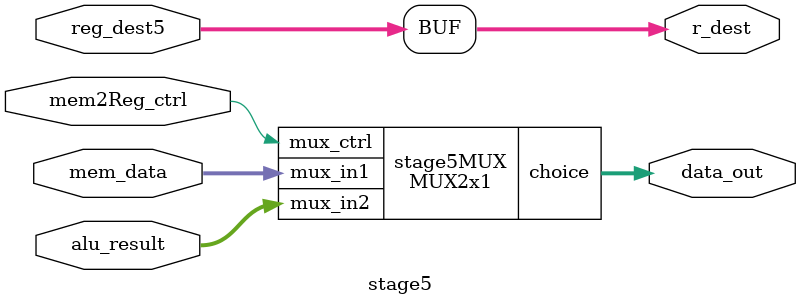
<source format=v>
module mips_16b(clk, clk_en, reset, next_pc_if, instr_if, reg_write_id, mem2reg_id, branch_id, mem_w_id, mem_r_id, 
					reg_dst_id, alu_src_id, alu_op_id, next_pc_id, r_data1_id, r_data2_id, pc_offset_id, dest1_id, dest2_id, 
					source1_id, reg_write_ex, mem2reg_ex, branch_ex, mem_w_ex, mem_r_ex, offset_pc_ex, cond_code_ex, 
					alu_out_ex, reg_data2_ex, dest_reg_ex, reg_write_mem, mem2reg_mem, read_data_mem, alu_out_mem, 
					dest_reg_mem, pc, cycle_count, instr_count, branch_stall_count);
		
		input					clk, clk_en, reset;		
		
//******************//		
//Pipeline registers//
//******************//
	// IF/ID register
	output reg	[31:0]	next_pc_if, instr_if;		
																	//still need entire pipeline of regs for jump operation
	//	ID/EX register
	output reg				reg_write_id, mem2reg_id;			// control registers				
	output reg	[4:0]		branch_id;
	output reg				mem_w_id, mem_r_id;	//
	output reg				reg_dst_id, alu_src_id;
	output reg	[3:0]		alu_op_id;
	output reg	[31:0]	next_pc_id;								//datapath registers
	output reg	[31:0]	r_data1_id, r_data2_id;				//
	output reg	[31:0]	pc_offset_id;
	output reg	[4:0]		dest1_id, dest2_id;
	output reg	[4:0]		source1_id;
	
	// EX/MEM register
	output reg				reg_write_ex, mem2reg_ex;			// control registers	
	output reg	[4:0]		branch_ex;
	output reg				mem_w_ex, mem_r_ex;
	output reg	[31:0]	offset_pc_ex;							//datapath registers
	output reg	[5:0]		cond_code_ex;
	output reg	[31:0]	alu_out_ex;
	output reg	[31:0]	reg_data2_ex;
	output reg	[4:0]		dest_reg_ex;
	
	// MEM/WB register
	output reg				reg_write_mem, mem2reg_mem;		// control registers	
	output reg	[31:0]	read_data_mem, alu_out_mem;		//datapath registers
	output reg	[4:0]		dest_reg_mem;
	//end of pipline registers
	
	output reg		[31:0]	pc;			//want pc <= pc_val (posedge clk)
	
	output reg		[31:0]	cycle_count;						//performance counters
	output reg		[31:0]	instr_count;						//
	//output reg		[31:0]   load_stall_count;					//
	output reg		[31:0]	branch_stall_count;				//
	
	//uppper level wires
	wire		[31:0]	pc_val;		//wire that feeds PC
	wire		[31:0]	next_pc;		//post incremented PC
	wire		[31:0]	full_instr;
	wire		[31:0]	jump_addr;
	wire					jmp;
	wire		[31:0]	pc_addr_mux_out;
	wire		[1:0]		forwarding_mux1_ctrl, forwarding_mux2_ctrl;
	wire					clockOFF;		//clock cutoff signal
//	wire					clock;
//	reg					clock_enable;
	//
	//stage 2 wires
	//
	wire		[4:0]		source1_wire, source_wire, dest_wire;	
	wire		[31:0]	immed16_wire;
	wire		[31:0]	RFread_data1_wire, RFread_data2_wire;
	wire		[31:0]	next_pc_id_wire;
	wire					reg_rw_wire, alu_src_wire, reg_dest_wire;
	wire		[3:0]		alu_op_wire;
	wire		[4:0]		branch_wire;
	wire					mem_w_wire, mem_r_wire, mem2reg_wire;
	wire					pc_src_wire;
	wire		[31:0]	addr_offset_wire;
	//
	//stage 3 wires
	//
	wire		[31:0]	offset_ex_wire;
	wire		[5:0]		cond_code_wire;
	wire		[31:0]	alu_out_ex_wire;
	wire		[31:0]	reg_data2_wire;
	wire		[4:0]		dest_reg_wire;
	//
	//stage 4 wires
	//
	wire					reg_write_ex_wire, mem2reg_ex_wire;
	wire		[4:0]		branch_ex_wire;
	wire					mem_w_ex_wire, mem_r_ex_wire;
	wire		[4:0]		reg_dest_mem_wire;
	wire		[31:0]	rw_addr_mem_wire;
	wire		[31:0]	mem_data_wire;
	wire					reg_write_mem_wire, mem2reg_mem_wire;
	//
	//stage 5 wires
	//
	wire		[31:0]	rf_w_data;
	wire		[4:0]		rf_w_addr;
															//no more wires
		
//PC address mux			
			assign pc_addr_mux_out = (pc_src_wire)? addr_offset_wire: next_pc;			
//jump mux
			assign pc_val = jmp? jump_addr: pc_addr_mux_out;
			
stage1 IF(full_instr, next_pc, pc);

stage2 ID(RFread_data1_wire, RFread_data2_wire, immed16_wire, source1_wire, source_wire, dest_wire, reg_rw_wire,
			alu_src_wire, alu_op_wire, reg_dest_wire, branch_wire, jmp, mem_w_wire, mem_r_wire,
			mem2reg_wire, next_pc_id_wire, pc_src_wire, addr_offset_wire, jump_addr, clockOFF, rf_w_data, rf_w_addr ,
			instr_if, next_pc_if, reg_write_mem);

stage3 EX(offset_ex_wire, cond_code_wire, alu_out_ex_wire, reg_data2_wire, dest_reg_wire, next_pc_id, 
				pc_offset_id, r_data1_id, r_data2_id, alu_op_id, dest1_id, dest2_id, alu_src_id, reg_dst_id,	
				rf_w_data, alu_out_ex, forwarding_mux1_ctrl ,forwarding_mux2_ctrl );
				
stage4 MEM(mem_data_wire, rw_addr_mem_wire, reg_dest_mem_wire, cond_code_ex, alu_out_ex, reg_data2_ex, 
			dest_reg_ex, branch_ex, mem_w_ex, mem_r_ex);

Forwarding_Unit forward(forwarding_mux1_ctrl, forwarding_mux2_ctrl, dest1_id, source1_id, dest_reg_mem, 
								dest_reg_ex, mem2reg_mem, branch_ex);

stage5 WB(rf_w_data, rf_w_addr, read_data_mem, alu_out_mem, mem2reg_mem, dest_reg_mem);

assign		reg_write_ex_wire = reg_write_id;
assign		mem2reg_ex_wire = mem2reg_id;
assign		branch_ex_wire = branch_id;
assign		mem_w_ex_wire = mem_w_id;
assign		mem_r_ex_wire = mem_r_id;
assign		reg_write_mem_wire = reg_write_ex;
assign		mem2reg_mem_wire = mem2reg_ex;

//and(clock, clk, clock_enable);

/*
	always@(posedge clk)begin
		if(reset)begin
		//IF stage
			pc <= 0;	next_pc_if<=0; instr_if<=0;
		//ID Stage
						//reset control registers
			reg_write_id <= 0; alu_src_id <= 0; alu_op_id <= 0; reg_dst_id <= 0;			
			branch_id <= 0; mem_w_id <= 0; mem_r_id <= 0; mem2reg_id <= 0; next_pc_id <= 0;	
						//reset datapath registers
			r_data1_id <= 0; r_data2_id <= 0; pc_offset_id <= 0; dest1_id <= 0;		
			dest2_id <= 0; source1_id <= 0;
		//EX Stage
						//reset control registers
			reg_write_ex <= 0; mem2reg_ex <= 0;	branch_ex <= 0; mem_w_ex <= 0; mem_r_ex <= 0;				
						//reset datapath registers
			offset_pc_ex <= 0; cond_code_ex <= 0; alu_out_ex <= 0; reg_data2_ex <= 0; dest_reg_ex <= 0;
		//MEM Stage
						// update control registers
			reg_write_mem <= 0; mem2reg_mem <= 0;	
						//update datapath registers
			read_data_mem <= 0; alu_out_mem <= 0; dest_reg_mem <= 0;
		end
	end
	*/
	/*always@(clk_en or clockOFF)begin
		if(clk_en)begin
				clock_enable = ~clock_enable;
		end
				
		if(clockOFF)begin
				clock_enable = ~clock_enable;
		end
	end
	*/
	always@(posedge clk)begin	
		
		cycle_count <= cycle_count + 1;
			
		if(pc_src_wire | jmp)begin
			branch_stall_count <= branch_stall_count+1;
			
		end else instr_count <= instr_count + 1;
		
	end
	
	//*************//
	// IF/ID stage //	
	//*************//
	always@(posedge clk)begin
			
				pc <= pc_val;				//pre stage											
				next_pc_if <= next_pc;			//update datapath registers
				instr_if	  <= full_instr;
	end
	
	//*************//
	// ID/EX stage //
	//*************//
	always@(posedge clk) begin
			
			reg_write_id <= reg_rw_wire;			//update control registers
			alu_src_id <= alu_src_wire;
			alu_op_id <= alu_op_wire;
			reg_dst_id <= reg_dest_wire;
			branch_id <= branch_wire;
			mem_w_id <= mem_w_wire;
			mem_r_id <= mem_r_wire;
			mem2reg_id <= mem2reg_wire;
			next_pc_id <= next_pc_id_wire;			//just a wire conntecting between registers
			r_data1_id <= RFread_data1_wire;			//update datapath registers
			r_data2_id <= RFread_data2_wire;
			pc_offset_id <= immed16_wire;
			dest1_id <= source_wire;
			dest2_id <= dest_wire;
			source1_id <= source1_wire;
	end

	//**************//
	// EX/MEM stage //
	//**************//
	always@(posedge clk) begin
	
		reg_write_ex <= reg_write_ex_wire;					// update control registers
		mem2reg_ex <= mem2reg_ex_wire;						//just wires conntecting between registers
		branch_ex <= branch_ex_wire;
		mem_w_ex <= mem_w_ex_wire;
		mem_r_ex <= mem_r_ex_wire;
		offset_pc_ex <= offset_ex_wire;							//update datapath registers
		cond_code_ex <= cond_code_wire;
		alu_out_ex <= alu_out_ex_wire;
		reg_data2_ex <= reg_data2_wire;
		dest_reg_ex <= dest_reg_wire;

	end

	//**************//
	// MEM/WB stage //
	//**************//
	always@(posedge clk) begin
	
		reg_write_mem <= reg_write_mem_wire;
		mem2reg_mem <= mem2reg_mem_wire;				// update control registers	
		read_data_mem <= mem_data_wire;
		alu_out_mem <= rw_addr_mem_wire;				//update datapath registers
		dest_reg_mem <= reg_dest_mem_wire;
	
	end

endmodule
//*************************************//
//Instruction Fetch Stage	(IF)			//
//*************************************//
module stage1(instr_out, post_inc_pc, prog_count);

	output 		[31:0]	instr_out, post_inc_pc;
	input			[31:0]	prog_count;
	
	parameter INC_VAL = 32'h00000004, CARRY_IN = 1'b0;
	
	wire						adder_cout;
	
instr_mem i_mem(instr_out, prog_count);
							
Adder_32b pc_inc(post_inc_pc, adder_cout, prog_count, INC_VAL, CARRY_IN);
							
endmodule
//**************************//
//Instruction Memory	Module //
//**************************//
module instr_mem(inst, read_addr);
	
	output 		[31:0]		inst;
	input			[31:0] 		read_addr;
	
	reg [7:0] my_memory [0:255];
		
	assign inst = {my_memory[read_addr],my_memory[read_addr+1],my_memory[read_addr+2],my_memory[read_addr+3]};
	
endmodule
//**************************//
//32 bit Adder	Module 		 //
//**************************//
module Adder_32b(Sum, Cout, x, y, Cin);

	output [31:0] Sum;
	output Cout;
	input [31:0] x, y;
	input Cin;

	wire [7:0] cout_add;

FA_4bit FA1(Sum[3:0], cout_add[0], x[3:0], y[3:0], Cin),
		  FA2(Sum[7:4], cout_add[1], x[7:4], y[7:4], cout_add[0]),
		  FA3(Sum[11:8], cout_add[2], x[11:8], y[11:8], cout_add[1]),
		  FA4(Sum[15:12], cout_add[3], x[15:12], y[15:12], cout_add[2]),
		  FA5(Sum[19:16], cout_add[4], x[19:16], y[19:16], cout_add[3]),
		  FA6(Sum[23:20], cout_add[5], x[23:20], y[23:20], cout_add[4]),
		  FA7(Sum[27:24], cout_add[6], x[27:24], y[27:24], cout_add[5]),
		  FA8(Sum[31:28], cout_add[7], x[31:28], y[31:28], cout_add[6]);
	
	assign Cout = cout_add[7];

endmodule
//**************************//
//4 bit Full Adder Module   //
//**************************//
module FA_4bit(sum, c_out, a, b, c_in);
	
	input [3:0] a, b;						// inputs
	input c_in;
	output [3:0] sum;						//outputs
	output c_out;
	
	wire [3:1] c;							//carry wire

	Add_Full Bit0(sum[0], c[1], a[0], b[0], c_in),			//1-bit Full adder 1
				Bit1(sum[1], c[2], a[1], b[1], c[1]),			//1-bit Full adder 2
				Bit2(sum[2], c[3], a[2], b[2], c[2]),			//1-bit Full adder 3
				Bit3(sum[3], c_out, a[3], b[3], c[3]);			//1-bit Full adder 4

endmodule
//**************************//
//1 bit Full Adder Module   //
//**************************//
module Add_Full(sum, c_out, a, b, c_in);
	
	input a, b, c_in;
	output sum, c_out;
	wire hSum, hCarry, tCarry;
	
	Add_Half HA1(hSum, hCarry, a, b),						//1st half adder
				HA2(sum, tCarry, hSum, c_in);					//2nd half adder
	
	assign c_out = tCarry | hCarry;							//or gate for carry
	
endmodule
//**************************//
//Half Adder Module 			 //
//**************************//
module Add_Half(sum, c_out, a, b);
	
	input a, b;
	output sum, c_out;
	
	xor(sum,a,b);						//only need gate level operations
	and(c_out,a,b);
	
endmodule
//*************************************//
//Instruction Decode Stage	(ID Stage)	//
//*************************************//
module stage2(rf_read_data1, rf_read_data2, sext_out, src1_out, src2_out, dest_out, rw_control, 
					alu_src, alu_op, reg_dst, bra, jmp_wire, mem_w, mem_r, mem2reg, pc_next, 
					pc_source, offset_addr_32b, j_addr, clock_off, rf_write_data, rf_write_addr,
					inst_code, next_pc, reg_rw_control);

	output	[31:0]		rf_read_data1, rf_read_data2, sext_out;
	output	[4:0]			src1_out, src2_out, dest_out;
	output					rw_control;										//1 = write, 0 = read
	output					alu_src;											//1 = immed, 0 = r_data2
	output	[3:0]			alu_op;											//alu_control
	output					reg_dst;									//1 = reg_dest, 0 = reg_src2; aka immed. dest.
	output	[4:0]			bra;
	output					jmp_wire;
	output					mem_w, mem_r;
	output					mem2reg;											//1 = alu_out to reg, 0 = mem2reg
	output	[31:0]		pc_next;
	
	output	reg			pc_source;
	output	[31:0]		offset_addr_32b;
	output	[31:0]		j_addr;
	output					clock_off;
	
	input		[31:0]		rf_write_data;
	input		[4:0]			rf_write_addr;
	input		[31:0]		inst_code, next_pc;
	input						reg_rw_control;


	wire		[5:0] 	op_code, funct;
	wire		[4:0] 	reg_src1, reg_src2, reg_dest, shft_amt;
	
	wire		[4:0] 	cmp_wire;
	wire		[31:0] 	bra_mux_wire;
	wire		[31:0] 	off_shft_out;
	wire					addr_error_wire;
	wire		[31:0]	offset_addr;
	wire		[27:0]	immed28;
	wire		[25:0]	immed26;
	wire					b_eq, b_ne, b_gt, b_gt_eq_z, b_lt;
	
	assign	pc_next = next_pc;
	assign	op_code = inst_code[31:26];
	assign	reg_src1 = inst_code[25:21];
	assign	reg_src2 = inst_code[20:16];		//
	assign	reg_dest = inst_code[15:11];		//
	assign	shft_amt = inst_code[10:6];
	assign	funct = inst_code[5:0];
	assign	bra = 	{b_eq, b_ne, b_gt, b_gt_eq_z, b_lt};
	assign	src1_out = reg_src1;
	assign	src2_out = reg_src2;
	assign	dest_out = reg_dest;
	assign	immed26 = inst_code[25:0];
	
	assign	j_addr = {pc_next[31:28],immed28};
	
	reg_file	 rf(rf_read_data1, rf_read_data2, reg_src1, reg_src2, rf_write_addr, rf_write_data, reg_rw_control);
			
	SEXT	extend(sext_out, inst_code[15:0]);
				
	MIPS_Control mips_c(rw_control, alu_src, alu_op, reg_dst, b_eq, b_ne, b_gt, b_gt_eq_z, b_lt, jmp_wire,
								mem_w, mem_r, mem2reg, clock_off, op_code, funct);
	
	MUX2x1 id_bra_mux(bra_mux_wire, sext_out, rf_read_data2, alu_src);
			
	REG_compare id_reg_cmp(cmp_wire, rf_read_data1, bra_mux_wire);
	LSHF shft_offset(off_shft_out, sext_out);
	
	LSHF_26 j_imm_pc(immed28, immed26);
	
	Adder_32b	offset_add(offset_addr, addr_error_wire, next_pc, off_shft_out, 1'b0);
				
	SEXT fill_bits(offset_addr_32b, offset_addr[15:0]);
																	
	always @(cmp_wire or b_eq or b_ne or b_gt or b_gt_eq_z or b_lt)begin		//{equal, !equal, less than, greater than, zero}
		pc_source = (cmp_wire[4] & b_eq) | 
						(cmp_wire[3] & b_ne) | 
						(cmp_wire[2] & b_gt) | 
						(cmp_wire[1] & b_gt_eq_z) | 
						(cmp_wire[0] & b_lt);
	end
	
endmodule
//**************************//
//Register File Module 		 //
//**************************//
module reg_file(r_data1, r_data2, r_addr1, r_addr2, w_addr, w_data, reg_write_ctrl);
		
		output 			[31:0] 	r_data1, r_data2;
		input				[4:0]		r_addr1, r_addr2, w_addr;
		input				[31:0]	w_data;
		input							reg_write_ctrl;
		
		reg	[31:0] my_reg_file [0:31];
		
		assign r_data1 = my_reg_file[r_addr1];
		assign r_data2 = my_reg_file[r_addr2];
				
		always@(reg_write_ctrl or w_addr or w_data)begin
		
			if(reg_write_ctrl) my_reg_file[w_addr] = w_data; 
		
		end
/*
		R0 = 0;		//always
		R1 			//reserved for assembler
		R2,3			//returned values
		R4-7			//arguments
		R8-15			//temporaries
		R16-23		//saved values
		R24,25		//temporaries
		R28			//global pointer
		R29			//stack pointer
		R30			//frame pointer
		R31			//return address
*/
endmodule
//**************************//
//Sign Extend	Module 		 //
//**************************//
module SEXT(out_long, in_short);
	
	output 		[31:0] 		out_long;
	input			[15:0]		in_short;
	
	parameter	ONES = 16'hFFFF, ZEROS = 16'h0000;
	
	assign	out_long = in_short[15] ? {ONES,in_short} : {ZEROS,in_short};

endmodule
//**************************//
//Control Unit Module		 //
//**************************//
module MIPS_Control(rw_ctrl, alu_source, alu_opcode, register_dst, br_eq, br_ne, br_gt, br_gt_eq_z, br_lt, j,
				mem_write, mem_read, mem_2_reg, clk_off, instr_code, alu_funct);			
				
	output reg				rw_ctrl, alu_source;
	output reg	[3:0]		alu_opcode;				// 0001=add, 1001=sub, 0011=and, 0100=or, 0101=SLL, 1101=SRL
	output reg				register_dst;
	output reg				br_eq, br_ne, br_gt, br_gt_eq_z, br_lt, j;
	output reg				mem_write, mem_read;
	output reg				mem_2_reg;
	output reg				clk_off;
	
	input		[5:0]		instr_code;
	input		[5:0]		alu_funct;
	
	parameter			ALU_BASE = 6'b000000, ADDI = 6'b001000, ADDIU = 6'b001001, ANDI = 6'b001100,
							ORI = 6'b001101, LOADW = 6'b100011, STW = 6'b101011, LUI = 6'b001111, BEQ = 6'b000100,
							BNE = 6'b000101, BGTZ = 6'b000111, BGEZ = 6'b000001, BLTZ = 6'b000011, SLTI = 6'b001010, 
							SLTIU = 6'b001011, JUMP = 6'b000010, JAL = 6'b000011;
	
	parameter			ADD = 6'b100000, SUB = 6'b100010, ADDU = 6'b100001, SUBU = 6'b100011, AND = 6'b100100,
							OR = 6'b100101, SLL = 6'b000000, SRL = 6'b000010, SLT = 6'b101010, SLTU = 6'b101011,
							SYSCALL = 6'b001100;
							
	always@(instr_code or alu_funct) begin
		
		case(instr_code)
			
			ALU_BASE:begin
					case(alu_funct)
						ADD: begin 
										rw_ctrl = 1'b1; alu_source = 1'b0; alu_opcode = 4'b0001; register_dst = 1'b1; 
										br_eq = 1'b0; br_ne = 1'b0; br_gt = 1'b0; br_gt_eq_z = 1'b0; br_lt = 1'b0; j = 1'b0;
										mem_write = 1'b0; mem_read = 1'b0; mem_2_reg = 1'b1; clk_off = 1'b0;
							  end
						SUB: begin  
										rw_ctrl = 1'b1; alu_source = 1'b0; alu_opcode = 4'b1001; register_dst = 1'b1; 
										br_eq = 1'b0; br_ne = 1'b0; br_gt = 1'b0; br_gt_eq_z = 1'b0; br_lt = 1'b0; j = 1'b0;
										mem_write = 1'b0; mem_read = 1'b0; mem_2_reg = 1'b1; clk_off = 1'b0;
							  end
						ADDU: begin 
										rw_ctrl = 1'b1; alu_source = 1'b0; alu_opcode = 4'b0001; register_dst = 1'b1; 
										br_eq = 1'b0; br_ne = 1'b0; br_gt = 1'b0; br_gt_eq_z = 1'b0; br_lt = 1'b0; j = 1'b0;
										mem_write = 1'b0; mem_read = 1'b0; mem_2_reg = 1'b1; clk_off = 1'b0;
								end
						SUBU: begin  
										rw_ctrl = 1'b1; alu_source = 1'b0; alu_opcode = 4'b1001; register_dst = 1'b1; 
										br_eq = 1'b0; br_ne = 1'b0; br_gt = 1'b0; br_gt_eq_z = 1'b0; br_lt = 1'b0; j = 1'b0;
										mem_write = 1'b0; mem_read = 1'b0; mem_2_reg = 1'b1; clk_off = 1'b0;
								end
						AND: begin  
										rw_ctrl = 1'b1; alu_source = 1'b0; alu_opcode = 4'b0011; register_dst = 1'b1; 
										br_eq = 1'b0; br_ne = 1'b0; br_gt = 1'b0; br_gt_eq_z = 1'b0; br_lt = 1'b0; j = 1'b0;
										mem_write = 1'b0; mem_read = 1'b0; mem_2_reg = 1'b1; clk_off = 1'b0;
							  end
						OR: begin  
										rw_ctrl = 1'b1; alu_source = 1'b0; alu_opcode = 4'b0100; register_dst = 1'b1; 
										br_eq = 1'b0; br_ne = 1'b0; br_gt = 1'b0; br_gt_eq_z = 1'b0; br_lt = 1'b0; j = 1'b0;
										mem_write = 1'b0; mem_read = 1'b0; mem_2_reg = 1'b1; clk_off = 1'b0;
							 end
						SLL: begin 
										rw_ctrl = 1'b1; alu_source = 1'b1; alu_opcode = 4'b0101; register_dst = 1'b1; 
										br_eq = 1'b0; br_ne = 1'b0; br_gt = 1'b0; br_gt_eq_z = 1'b0; br_lt = 1'b0; j = 1'b0;
										mem_write = 1'b0; mem_read = 1'b0; mem_2_reg = 1'b1; clk_off = 1'b0;
							  end
						SRL: begin 
										rw_ctrl = 1'b1; alu_source = 1'b1; alu_opcode = 4'b1101; register_dst = 1'b1; 
										br_eq = 1'b0; br_ne = 1'b0; br_gt = 1'b0; br_gt_eq_z = 1'b0; br_lt = 1'b0; j = 1'b0;
										mem_write = 1'b0; mem_read = 1'b0; mem_2_reg = 1'b1; clk_off = 1'b0;
							  end
						SLT: begin  
										rw_ctrl = 1'b1; alu_source = 1'b0; alu_opcode = 4'b0010; register_dst = 1'b1; 
										br_eq = 1'b0; br_ne = 1'b0; br_gt = 1'b0; br_gt_eq_z = 1'b0; br_lt = 1'b0; j = 1'b0;
										mem_write = 1'b0; mem_read = 1'b0; mem_2_reg = 1'b1; clk_off = 1'b0;
							  end
						SLTU: begin  
										rw_ctrl = 1'b1; alu_source = 1'b0; alu_opcode = 4'b1010; register_dst = 1'b1; 
										br_eq = 1'b0; br_ne = 1'b0; br_gt = 1'b0; br_gt_eq_z = 1'b0; br_lt = 1'b0; j = 1'b0;
										mem_write = 1'b0; mem_read = 1'b0; mem_2_reg = 1'b1; clk_off = 1'b0;
								end
						SYSCALL: begin
										rw_ctrl = 1'b0; alu_source = 1'b0; alu_opcode = 4'b0000; register_dst = 1'b1; 
										br_eq = 1'b0; br_ne = 1'b0; br_gt = 1'b0; br_gt_eq_z = 1'b0; br_lt = 1'b0; j = 1'b0;
										mem_write = 1'b0; mem_read = 1'b0; mem_2_reg = 1'b1; clk_off = 1'b1;
								end
						default: begin  
										rw_ctrl = 1'bx; alu_source = 1'bx; alu_opcode = 4'bxxxx; register_dst = 1'bx; 
										br_eq = 1'bx; br_ne = 1'bx; br_gt = 1'bx; br_gt_eq_z = 1'bx; br_lt = 1'bx; j = 1'b0;
										mem_write = 1'bx; mem_read = 1'bx; mem_2_reg = 1'bx; clk_off = 1'b0;
								   end
					endcase
			end
			ADDI: begin 
								rw_ctrl = 1'b1; alu_source = 1'b1; alu_opcode = 4'b0001; register_dst = 1'b0; 
								br_eq = 1'b0; br_ne = 1'b0; br_gt = 1'b0; br_gt_eq_z = 1'b0; br_lt = 1'b0; j = 1'b0;
								mem_write = 1'b0; mem_read = 1'b0; mem_2_reg = 1'b1; clk_off = 1'b0;
				   end
			ADDIU: begin  
								rw_ctrl = 1'b1; alu_source = 1'b1; alu_opcode = 4'b0001; register_dst = 1'b0; 
								br_eq = 1'b0; br_ne = 1'b0; br_gt = 1'b0; br_gt_eq_z = 1'b0; br_lt = 1'b0; j = 1'b0;
								mem_write = 1'b0; mem_read = 1'b0; mem_2_reg = 1'b1; clk_off = 1'b0;
					 end
			ANDI: begin  
								rw_ctrl = 1'b1; alu_source = 1'b1; alu_opcode = 4'b0011; register_dst = 1'b0; 
								br_eq = 1'b0; br_ne = 1'b0; br_gt = 1'b0; br_gt_eq_z = 1'b0; br_lt = 1'b0; j = 1'b0;
								mem_write = 1'b0; mem_read = 1'b0; mem_2_reg = 1'b1; clk_off = 1'b0;
					end
			ORI: begin  
								rw_ctrl = 1'b1; alu_source = 1'b1; alu_opcode = 4'b0100; register_dst = 1'b0; 
								br_eq = 1'b0; br_ne = 1'b0; br_gt = 1'b0; br_gt_eq_z = 1'b0; br_lt = 1'b0; j = 1'b0;
								mem_write = 1'b0; mem_read = 1'b0; mem_2_reg = 1'b1; clk_off = 1'b0;
				  end
			LOADW: begin 
								rw_ctrl = 1'b1; alu_source = 1'b1; alu_opcode = 4'b0001; register_dst = 1'b0; 
								br_eq = 1'b0; br_ne = 1'b0; br_gt = 1'b0; br_gt_eq_z = 1'b0; br_lt = 1'b0; j = 1'b0;
								mem_write = 1'b0; mem_read = 1'b1; mem_2_reg = 1'b0; clk_off = 1'b0;
					 end
			STW: begin  
								rw_ctrl = 1'b0; alu_source = 1'b1; alu_opcode = 4'b0001; register_dst = 1'b0; 
								br_eq = 1'b0; br_ne = 1'b0; br_gt = 1'b0; br_gt_eq_z = 1'b0; br_lt = 1'b0; j = 1'b0;
								mem_write = 1'b1; mem_read = 1'b0; mem_2_reg = 1'b0; clk_off = 1'b0;
				  end
			LUI: begin  
								rw_ctrl = 1'b1; alu_source = 1'b1; alu_opcode = 4'b0111; register_dst = 1'b0; 
								br_eq = 1'b0; br_ne = 1'b0; br_gt = 1'b0; br_gt_eq_z = 1'b0; br_lt = 1'b0; j = 1'b0;
								mem_write = 1'b0; mem_read = 1'b1; mem_2_reg = 1'b1;clk_off = 1'b0;
				  end
			BEQ: begin  
								rw_ctrl = 1'b0; alu_source = 1'b1; alu_opcode = 4'b0000; register_dst = 1'b1; 
								br_eq = 1'b1; br_ne = 1'b0; br_gt = 1'b0; br_gt_eq_z = 1'b0; br_lt = 1'b0; j = 1'b0;
								mem_write = 1'b0; mem_read = 1'b0; mem_2_reg = 1'b1; clk_off = 1'b0;
				  end
			BNE: begin  
								rw_ctrl = 1'b0; alu_source = 1'b1; alu_opcode = 4'bxxxx; register_dst = 1'b1; 
								br_eq = 1'b0; br_ne = 1'b1; br_gt = 1'b0; br_gt_eq_z = 1'b0; br_lt = 1'b0; j = 1'b0;
								mem_write = 1'b0; mem_read = 1'b0; mem_2_reg = 1'b1; clk_off = 1'b0;
				  end
			BGTZ: begin
								rw_ctrl = 1'b0; alu_source = 1'b1; alu_opcode = 4'bxxxx; register_dst = 1'b1; 
								br_eq = 1'b0; br_ne = 1'b0; br_gt = 1'b1; br_gt_eq_z = 1'b0; br_lt = 1'b0; j = 1'b0;
								mem_write = 1'b0; mem_read = 1'b0; mem_2_reg = 1'b1;	clk_off = 1'b0;		
				  end
			BGEZ: begin
								rw_ctrl = 1'b0; alu_source = 1'b1; alu_opcode = 4'bxxxx; register_dst = 1'b1; 
								br_eq = 1'b0; br_ne = 1'b0; br_gt = 1'b0; br_gt_eq_z = 1'b1; br_lt = 1'b0; j = 1'b0;
								mem_write = 1'b0; mem_read = 1'b0; mem_2_reg = 1'b1;	clk_off = 1'b0;		
				  end
			BLTZ: begin
								rw_ctrl = 1'b0; alu_source = 1'b1; alu_opcode = 4'bxxxx; register_dst = 1'b1; 
								br_eq = 1'b0; br_ne = 1'b0; br_gt = 1'b0; br_gt_eq_z = 1'b0; br_lt = 1'b1; j = 1'b0;
								mem_write = 1'b0; mem_read = 1'b0; mem_2_reg = 1'b1;	clk_off = 1'b0;		
				  end
			SLTI: begin  
								rw_ctrl = 1'b1; alu_source = 1'b1; alu_opcode = 4'b0010; register_dst = 1'b0; 
								br_eq = 1'b0; br_ne = 1'b0; br_gt = 1'b0; br_gt_eq_z = 1'b0; br_lt = 1'b0; j = 1'b0;
								mem_write = 1'b0; mem_read = 1'b0; mem_2_reg = 1'b1; clk_off = 1'b0;
				   end
			SLTIU: begin 
								rw_ctrl = 1'b1; alu_source = 1'b1; alu_opcode = 4'b1010; register_dst = 1'b0; 
								br_eq = 1'b0; br_ne = 1'b0; br_gt = 1'b0; br_gt_eq_z = 1'b0; br_lt = 1'b0; j = 1'b0;
								mem_write = 1'b0; mem_read = 1'b0; mem_2_reg = 1'b1; clk_off = 1'b0;
					 end
			JUMP: begin 
								rw_ctrl = 1'b0; alu_source = 1'b1; alu_opcode = 4'b0000; register_dst = 1'b1; 
								br_eq = 1'b0; br_ne = 1'b0; br_gt = 1'b0; br_gt_eq_z = 1'b0; br_lt = 1'b0;  j = 1'b1;
								mem_write = 1'b0; mem_read = 1'b0; mem_2_reg = 1'b1; clk_off = 1'b0;
					end
			default: begin 
								rw_ctrl = 1'bx; alu_source = 1'bx; alu_opcode = 4'bxxxx; register_dst = 1'bx; 
								br_eq = 1'bx; br_ne = 1'bx; br_gt = 1'bx; br_gt_eq_z = 1'bx; br_lt = 1'bx; j = 1'b0;
								mem_write = 1'bx; mem_read = 1'bx; mem_2_reg = 1'bx; clk_off = 1'b0;
						end
		endcase
	
	end

endmodule
//**************************//
//Generic MUX Module			 //
//**************************//
module MUX2x1(choice, mux_in1, mux_in2, mux_ctrl);					
	
	output		[31:0]	choice;
	input			[31:0]	mux_in1, mux_in2;
	input						mux_ctrl;

	assign choice = mux_ctrl? mux_in2 : mux_in1;
	
endmodule
//**************************//
//Comparator Module			 //
//**************************//
module REG_compare(compare_out, in1, in2);			
		
		output	[4:0]		compare_out;
		input		[31:0]	in1, in2;
								//{equal, !equal, less than, greater than, zero}
			
		assign compare_out[4] = (in1 == in2)? 1'b1 : 1'b0;
		assign compare_out[3] = (in1 != in2)? 1'b1 : 1'b0;
		assign compare_out[2] = (in1 < in2)? 1'b1 : 1'b0;
		assign compare_out[1] = (in1 > in2)? 1'b1 : 1'b0;
		assign compare_out[0] = (in1 == 0)? 1'b1 : 1'b0;
					
endmodule
//******************************//
//32 bit Left Shift by 2 Module //
//******************************//
module LSHF(shift_out, shift_in);
		
		output		[31:0]		shift_out;
		input			[31:0]		shift_in;
		
		wire			[33:0]		shifted;
		
		assign shifted = shift_in << 2;
		assign shift_out = shifted[31:0];

endmodule
//******************************//
//26 bit Left Shift by 2 Module //
//******************************//
module LSHF_26(shift28_out, shift26_in);
		
		output		[27:0]		shift28_out;
		input			[25:0]		shift26_in;
		
		assign shift28_out = shift26_in << 2;

endmodule
//*************************************//
//Execution Stage	(EX)						//
//*************************************//
				module stage3(offset_out, cond_codes, alu_out, regData2_out, dest_reg_out, p_count, 
									pc_offset, alu_ip1, regData2, alu_ctrl, src, dest, alu_ip2_source, reg_dest_ctrl, 
									wb_w_data, mem_alu_out, forwd_mux1_ctrl, forwd_mux2_ctrl);

	output	[31:0]		offset_out;
	output	[5:0]			cond_codes;	//{equal, !equal, less than, greater than, zero, overflow}
	output	[31:0]		alu_out, regData2_out;
	output	[4:0]			dest_reg_out;
	
	input		[31:0]		p_count, pc_offset, alu_ip1, regData2;
	input		[3:0]			alu_ctrl;				//determines alu operation
	input		[4:0]			src, dest;
	input						alu_ip2_source;
	input						reg_dest_ctrl;
	input		[31:0]		wb_w_data;
	input		[31:0]		mem_alu_out;
	input		[1:0]			forwd_mux1_ctrl, forwd_mux2_ctrl; //mux1 = alu_ip1, mux2 = alu_ip2
	
	wire		[31:0]		offset_shift_wire;
	wire		[31:0]		alu_ip2;
	wire		[31:0]		forwd_mux1_out, forwd_mux2_out; 
	wire						error2_wire; 				//carry out from offset addition
																
	assign regData2_out = regData2;
	
	LSHF lft_shft(offset_shift_wire, pc_offset);
									
	MUX3x1		alu_ip1_forward_mux(forwd_mux1_out, alu_ip1, wb_w_data, mem_alu_out, forwd_mux1_ctrl),
					alu_ip2_forward_mux(forwd_mux2_out, regData2, wb_w_data, mem_alu_out, forwd_mux2_ctrl);
	
	MUX2x1		alu_src_mux(alu_ip2, forwd_mux2_out, pc_offset, alu_ip2_source);
	MUX2x1_5b	reg_dest_mux(dest_reg_out, src, dest, reg_dest_ctrl);
				
	Adder_32b	stage3ADD(offset_out, error2_wire, p_count, offset_shift_wire, 1'b0);
	
	alu_16b alu(alu_out, cond_codes, forwd_mux1_out, alu_ip2, alu_ctrl);				
					
endmodule
//******************************//
//Generic 3x1 MUX Module		  //
//******************************//
module MUX3x1(choice, mux_in1, mux_in2, mux_in3, mux_ctrl);					
	
	output		[31:0]	choice;
	input			[31:0]	mux_in1, mux_in2, mux_in3;
	input			[1:0]		mux_ctrl;

	assign choice = (mux_ctrl[1] ^ mux_ctrl[0])? (mux_ctrl[1]? mux_in3 : mux_in2) : mux_in1;
		
	endmodule	
//******************************//
//5 bit 2x1 MUX Module 			  //
//******************************//
module MUX2x1_5b(choice, mux_in1, mux_in2, mux_ctrl);					
	
	output		[4:0]	choice;
	input			[4:0]	mux_in1, mux_in2;
	input					mux_ctrl;

	assign choice = mux_ctrl? mux_in2 : mux_in1;
	
endmodule
//******************************//
//ALU Module 						  //
//******************************//
module alu_16b(alu_out, cond_code, inA, inB, alu_ctrl);
	
	output reg		[31:0]		alu_out;
	output 			[5:0]			cond_code;//{equal, !equal, less than, greater than, zero, overflow}
	
	input				[31:0]		inA, inB;
	input				[3:0]			alu_ctrl;			//which alu operation
	
	wire				[15:0]		alu_in1, alu_in2;
	wire				[4:0]			compare_wire;//{equal, !equal, less than, greater than, zero}
	wire				[31:0]		and_wire, or_wire;
	wire				[31:0]		shiftWire;
	wire				[15:0]		sumWire; 
	wire								carry_wire;
	wire								AorS, LorR;			//add or sub  //left or right shift
	wire				[4:0]			shift_amt;
	
	assign	alu_in1 = inA[15:0];
	assign	alu_in2 = inB[15:0];
	assign 	cond_code = {compare_wire, carry_wire};
	assign	AorS = alu_ctrl[3];
	assign   LorR = alu_ctrl[3];
	assign	shift_amt = inB[10:6];
	
	parameter	ONE = 4'b0001, TWO = 4'b1001, THREE = 4'b0011, FOUR = 4'b0100, FIVE = 4'b0101, 
					SIX = 4'b1101, SEVEN = 4'b0111, EIGHT = 4'b0010, NINE = 4'b1010;
	
	parameter   ONE_32b = 32'h00000001, ZERO_32b = 32'h00000000;
	
   //multiplier_16b umult(multWire, overFlow, inA, inB, 16'h0000);		//multiplier
	
	Add_Sub_xbits uadd(sumWire, carry_wire, alu_in1, alu_in2, AorS);				//Adder (16b)
																							//Add = 0; Sub = 1;
				
	Xshifter lshf(shiftWire, inA, shift_amt, LorR);//inB[10:6] should be shift amount
																		//Direc: 0 = lshf, 1 = rshf
	Xcompare comparator(compare_wire, inA, inB, alu_out);
	
	ANDX 	ander(and_wire, inA, inB);
	
	ORX	orer(or_wire, inA, inB);

	always@(inA or inB or alu_ctrl or sumWire or and_wire or or_wire or shiftWire or shift_amt or compare_wire) begin
		case(alu_ctrl)
			ONE: begin alu_out = sumWire[15]? {16'hFFFF, sumWire} : {16'h0000,sumWire};  end				//add			0001
			TWO: begin alu_out = sumWire[15]? {16'hFFFF, sumWire} : {16'h0000,sumWire};  end				//sub			1001
			THREE: begin alu_out = and_wire; end			//and			0011
			FOUR: begin alu_out = or_wire; end				//or			0100
			FIVE: begin alu_out = shiftWire; end			//SL			0101
			SIX: begin alu_out = shiftWire; end				//SR			1101
			SEVEN: begin alu_out = inB << 16; end			//LUI
			EIGHT: begin  alu_out = (inA[31] ^ inB[31]) ? {31'h00000000, ~compare_wire[2]} : {31'h00000000, compare_wire[2]}; end				///slt/i
			NINE: begin alu_out = {31'h00000000, compare_wire[2]}; end													///sltu/ui
			default:begin alu_out = 32'h00000000; end
		endcase
	end
					
endmodule
//******************************//
//Adder/Subtracter Module 		  //
//******************************//
module Add_Sub_xbits(sum, carry, Aa, Bb, add_sub_sel);
													//4-bits this time
		output 	[15:0]	sum;
		output				carry;
		input 	[15:0] 	Aa;
		input		[15:0]	Bb;
		input 				add_sub_sel;				//0 = add, 1 = sub
		
		wire		[15:0]	carry_wire;
		wire		[15:0] 	temp_sum;		
		
Full_Add_Sub FAS1(Aa[0], Bb[0], add_sub_sel, add_sub_sel, temp_sum[0], carry_wire[0]), 
				 FAS2(Aa[1], Bb[1], add_sub_sel, carry_wire[0], temp_sum[1], carry_wire[1]),
				 FAS3(Aa[2], Bb[2], add_sub_sel, carry_wire[1], temp_sum[2], carry_wire[2]),
				 FAS4(Aa[3], Bb[3], add_sub_sel, carry_wire[2], temp_sum[3], carry_wire[3]),
				 FAS5(Aa[4], Bb[4], add_sub_sel, carry_wire[3], temp_sum[4], carry_wire[4]),
				 FAS6(Aa[5], Bb[5], add_sub_sel, carry_wire[4], temp_sum[5], carry_wire[5]), 
				 FAS7(Aa[6], Bb[6], add_sub_sel, carry_wire[5], temp_sum[6], carry_wire[6]),
				 FAS8(Aa[7], Bb[7], add_sub_sel, carry_wire[6], temp_sum[7], carry_wire[7]),
				 FAS9(Aa[8], Bb[8], add_sub_sel, carry_wire[7], temp_sum[8], carry_wire[8]),
				 FASA(Aa[9], Bb[9], add_sub_sel, carry_wire[8], temp_sum[9], carry_wire[9]), 
				 FASB(Aa[10], Bb[10], add_sub_sel, carry_wire[9], temp_sum[10], carry_wire[10]), 
				 FASC(Aa[11], Bb[11], add_sub_sel, carry_wire[10], temp_sum[11], carry_wire[11]),
				 FASD(Aa[12], Bb[12], add_sub_sel, carry_wire[11], temp_sum[12], carry_wire[12]),
				 FASE(Aa[13], Bb[13], add_sub_sel, carry_wire[12], temp_sum[13], carry_wire[13]),
				 FASF(Aa[14], Bb[14], add_sub_sel, carry_wire[13], temp_sum[14], carry_wire[14]),
				 FASG(Aa[15], Bb[15], add_sub_sel, carry_wire[14], temp_sum[15], carry_wire[15]); 
				 
		assign sum = temp_sum[15:0];
		assign carry = add_sub_sel? 1'b0: carry_wire[15];

endmodule
//******************************//
//Adder/Subtracter 1-bit Module //
//******************************//
module Full_Add_Sub(a, b, select, full_cin, full_sum, full_cout);

	input	a, b, full_cin, select;
	output	full_sum, full_cout;
	
	wire	h_sum_wire, h_cout_wire, b_in_wire, h2_cout_wire;
	
	xor(b_in_wire, select, b);
	
	Half_Add HA_1(a, b_in_wire, h_sum_wire, h_cout_wire);		
	Half_Add HA_2(h_sum_wire, full_cin, full_sum, h2_cout_wire);

	or(full_cout, h_cout_wire, h2_cout_wire);
	
endmodule
//******************************//
//Special Half Adder Module 	  //
//******************************//
module Half_Add(a, b, h_sum, h_carry);
	input a, b;
	output h_sum, h_carry;
	
	xor(h_sum, a, b);
	and(h_carry, a, b);

endmodule
//******************************//
//Shifter Module 					  //
//******************************//
module Xshifter(result, data, amt, direc);

	output 		[31:0]		result;
	input			[31:0]		data;
	input			[4:0]			amt;
	input							direc;  //0 = lshf, 1 = rshf
	
	assign	result = (direc)? (data >> amt) : (data << amt);
	
endmodule
//******************************//
//Comparator Module 				  //
//******************************//
module Xcompare(compare_out, in1, in2, alu_result);
		
		output	[4:0]		compare_out;
		input		[31:0]	in1, in2;
		input		[31:0]	alu_result;
									//{equal, !equal, less than, greater than, zero}
			
		assign compare_out[4] = (in1 == in2)? 1'b1 : 1'b0;
		assign compare_out[3] = (in1 != in2)? 1'b1 : 1'b0;
		assign compare_out[2] = (in1 < in2)? 1'b1 : 1'b0;
		assign compare_out[1] = (in1 > in2)? 1'b1 : 1'b0;
		assign compare_out[0] = (alu_result == 0)? 1'b1 : 1'b0;
					
endmodule
//******************************//
//AND Module 						  //
//******************************//
module ANDX(out, in1, in2);

		output	[31:0]	out;
		input		[31:0]	in1, in2;
		
		assign	out = in1 & in2;
		
endmodule
//******************************//
//OR Module 						  //
//******************************//
module ORX(out_or, ORin1, ORin2);
		
		output		[31:0]	out_or;
		input			[31:0]	ORin1, ORin2;
		
		assign	out_or = ORin1 | ORin2;

endmodule
//*************************************//
//Memory Load/Store Stage	(MEM)			//
//*************************************//
module stage4(data_wire, rw_addr_wire, register_dest, alu_cond_code, rw_addr, write_data, reg_dest, branch_ctrl, write_sig, read_sig);

	output	[31:0] 	data_wire, rw_addr_wire;	
	output	[4:0]		register_dest;
	
	input		[5:0]		alu_cond_code;							
	input		[31:0]	rw_addr, write_data;
	input		[4:0]		reg_dest;
	input		[4:0]		branch_ctrl;					
	input					read_sig, write_sig;
	
	assign	rw_addr_wire = rw_addr;
	assign	register_dest = reg_dest;
	
	data_mem dmem(data_wire, rw_addr, write_data, read_sig, write_sig);
			
endmodule
//******************************//
//Data Memory Module 			  //
//******************************//
module data_mem(r_data, rw_addr, w_data, mem_read, mem_write);
	
	output reg	[31:0]		r_data;
	
	input			[31:0] 		rw_addr, w_data;
	input							mem_read, mem_write;
	
	wire			[1:0]			mem_control;
	reg [15:0] data_memory [0:256];
	
	parameter WIDTH = 32;
	
	assign	mem_control = {mem_read, mem_write};
	
	always@(mem_control or rw_addr or w_data)begin
		case(mem_control)
			2'b01: begin 
							 data_memory[rw_addr] = w_data;
							 r_data = w_data;
					 end
			2'b10: r_data = data_memory[rw_addr]; 
			default: r_data = 32'hXXXXXXXX;
		endcase
	end

endmodule 
//*************************************//
//Forwarding Control Unit	(EX Stage)	//
//*************************************//
module Forwarding_Unit(f_mux1_ctrl, f_mux2_ctrl, id_ex_src2, id_ex_src1, wb_dest_reg, mem_dest_reg, wb_mem2reg, ex_mem_branch);
	
	output reg	[1:0]		f_mux1_ctrl, f_mux2_ctrl;		//00=R_data(ID), 01=ALU_OUT(MEM), 10=W_DATA(WB)
	input			[4:0]		id_ex_src2, id_ex_src1;
	input			[4:0]		wb_dest_reg, mem_dest_reg;
	input						wb_mem2reg;
	input			[4:0]		ex_mem_branch;
	
	parameter			R_DATA = 2'b00, ALU_OUT = 2'b01, W_DATA = 2'b10;
	
	always@(id_ex_src1 or id_ex_src2 or mem_dest_reg or wb_dest_reg)begin
	
		if(id_ex_src1 == mem_dest_reg) begin			//does previous instruction have src1==dest(MEM)?
				f_mux1_ctrl = W_DATA;
		end else if(id_ex_src1 == wb_dest_reg) begin // does previous 2 instructions have src1==dest(WB)?
				f_mux1_ctrl = ALU_OUT;
		end else begin											//else normal operation
				f_mux1_ctrl = R_DATA;
		end
		
		if(id_ex_src2 == mem_dest_reg)begin			//does previous instruction have src2==dest(MEM)?
				f_mux2_ctrl = W_DATA;
		end else if(id_ex_src2 == wb_dest_reg)begin
				f_mux2_ctrl = ALU_OUT;
		end else begin										//else normal operation
				f_mux2_ctrl = R_DATA;
		end
	end

endmodule
//*************************************//
//Register Write Back Stage (WB)			//
//*************************************//
module stage5(data_out, r_dest, mem_data, alu_result, mem2Reg_ctrl, reg_dest5);
		output	[31:0]	data_out;
		output	[4:0]		r_dest;
		
		input		[31:0]	mem_data, alu_result;
		input					mem2Reg_ctrl;
		input		[4:0]		reg_dest5;
		
		assign	r_dest = reg_dest5;
		
		MUX2x1	stage5MUX(data_out, mem_data, alu_result, mem2Reg_ctrl);
					
endmodule


</source>
